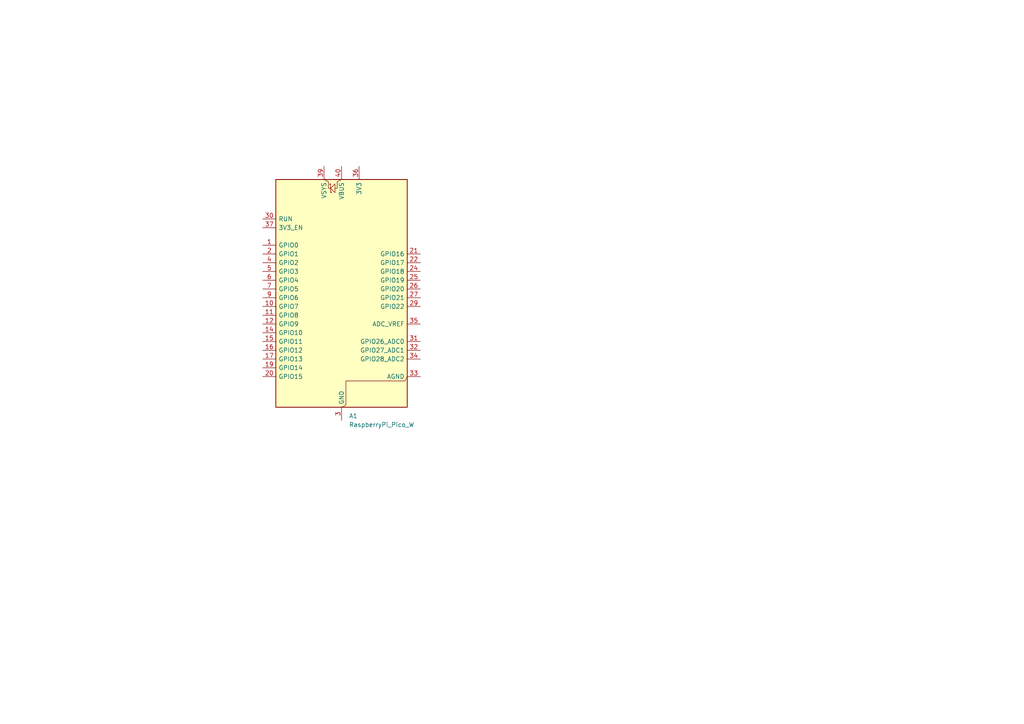
<source format=kicad_sch>
(kicad_sch
	(version 20250114)
	(generator "eeschema")
	(generator_version "9.0")
	(uuid "adf646d2-aa7c-4345-9423-7107505b3b06")
	(paper "A4")
	(lib_symbols
		(symbol "MCU_Module:RaspberryPi_Pico_W"
			(pin_names
				(offset 0.762)
			)
			(exclude_from_sim no)
			(in_bom yes)
			(on_board yes)
			(property "Reference" "A"
				(at -19.05 35.56 0)
				(effects
					(font
						(size 1.27 1.27)
					)
					(justify left)
				)
			)
			(property "Value" "RaspberryPi_Pico_W"
				(at 7.62 35.56 0)
				(effects
					(font
						(size 1.27 1.27)
					)
					(justify left)
				)
			)
			(property "Footprint" "Module:RaspberryPi_Pico_W_SMD_HandSolder"
				(at 0 -46.99 0)
				(effects
					(font
						(size 1.27 1.27)
					)
					(hide yes)
				)
			)
			(property "Datasheet" "https://datasheets.raspberrypi.com/picow/pico-w-datasheet.pdf"
				(at 0 -49.53 0)
				(effects
					(font
						(size 1.27 1.27)
					)
					(hide yes)
				)
			)
			(property "Description" "Versatile and inexpensive wireless microcontroller module powered by RP2040 dual-core Arm Cortex-M0+ processor up to 133 MHz, 264kB SRAM, 2MB QSPI flash, Infineon CYW43439 2.4GHz 802.11n wireless LAN; also supports Raspberry Pi Pico 2 W"
				(at 0 -52.07 0)
				(effects
					(font
						(size 1.27 1.27)
					)
					(hide yes)
				)
			)
			(property "ki_keywords" "RP2350A M33 RISC-V Hazard3 usb wifi bluetooth"
				(at 0 0 0)
				(effects
					(font
						(size 1.27 1.27)
					)
					(hide yes)
				)
			)
			(property "ki_fp_filters" "RaspberryPi?Pico?Common* RaspberryPi?Pico?W?SMD*"
				(at 0 0 0)
				(effects
					(font
						(size 1.27 1.27)
					)
					(hide yes)
				)
			)
			(symbol "RaspberryPi_Pico_W_0_1"
				(rectangle
					(start -19.05 34.29)
					(end 19.05 -31.75)
					(stroke
						(width 0.254)
						(type default)
					)
					(fill
						(type background)
					)
				)
				(polyline
					(pts
						(xy -5.08 34.29) (xy -3.81 33.655) (xy -3.81 31.75) (xy -3.175 31.75)
					)
					(stroke
						(width 0)
						(type default)
					)
					(fill
						(type none)
					)
				)
				(polyline
					(pts
						(xy -3.429 32.766) (xy -3.429 33.02) (xy -3.175 33.02) (xy -3.175 30.48) (xy -2.921 30.48) (xy -2.921 30.734)
					)
					(stroke
						(width 0)
						(type default)
					)
					(fill
						(type none)
					)
				)
				(polyline
					(pts
						(xy -3.175 31.75) (xy -1.905 33.02) (xy -1.905 30.48) (xy -3.175 31.75)
					)
					(stroke
						(width 0)
						(type default)
					)
					(fill
						(type none)
					)
				)
				(polyline
					(pts
						(xy 0 34.29) (xy -1.27 33.655) (xy -1.27 31.75) (xy -1.905 31.75)
					)
					(stroke
						(width 0)
						(type default)
					)
					(fill
						(type none)
					)
				)
				(polyline
					(pts
						(xy 0 -31.75) (xy 1.27 -31.115) (xy 1.27 -24.13) (xy 18.415 -24.13) (xy 19.05 -22.86)
					)
					(stroke
						(width 0)
						(type default)
					)
					(fill
						(type none)
					)
				)
			)
			(symbol "RaspberryPi_Pico_W_1_1"
				(pin passive line
					(at -22.86 22.86 0)
					(length 3.81)
					(name "RUN"
						(effects
							(font
								(size 1.27 1.27)
							)
						)
					)
					(number "30"
						(effects
							(font
								(size 1.27 1.27)
							)
						)
					)
					(alternate "~{RESET}" passive line)
				)
				(pin passive line
					(at -22.86 20.32 0)
					(length 3.81)
					(name "3V3_EN"
						(effects
							(font
								(size 1.27 1.27)
							)
						)
					)
					(number "37"
						(effects
							(font
								(size 1.27 1.27)
							)
						)
					)
					(alternate "~{3V3_DISABLE}" passive line)
				)
				(pin bidirectional line
					(at -22.86 15.24 0)
					(length 3.81)
					(name "GPIO0"
						(effects
							(font
								(size 1.27 1.27)
							)
						)
					)
					(number "1"
						(effects
							(font
								(size 1.27 1.27)
							)
						)
					)
					(alternate "I2C0_SDA" bidirectional line)
					(alternate "PWM0_A" output line)
					(alternate "SPI0_RX" input line)
					(alternate "UART0_TX" output line)
					(alternate "USB_OVCUR_DET" input line)
				)
				(pin bidirectional line
					(at -22.86 12.7 0)
					(length 3.81)
					(name "GPIO1"
						(effects
							(font
								(size 1.27 1.27)
							)
						)
					)
					(number "2"
						(effects
							(font
								(size 1.27 1.27)
							)
						)
					)
					(alternate "I2C0_SCL" bidirectional clock)
					(alternate "PWM0_B" bidirectional line)
					(alternate "UART0_RX" input line)
					(alternate "USB_VBUS_DET" passive line)
					(alternate "~{SPI0_CSn}" bidirectional line)
				)
				(pin bidirectional line
					(at -22.86 10.16 0)
					(length 3.81)
					(name "GPIO2"
						(effects
							(font
								(size 1.27 1.27)
							)
						)
					)
					(number "4"
						(effects
							(font
								(size 1.27 1.27)
							)
						)
					)
					(alternate "I2C1_SDA" bidirectional line)
					(alternate "PWM1_A" output line)
					(alternate "SPI0_SCK" bidirectional clock)
					(alternate "UART0_CTS" input line)
					(alternate "USB_VBUS_EN" output line)
				)
				(pin bidirectional line
					(at -22.86 7.62 0)
					(length 3.81)
					(name "GPIO3"
						(effects
							(font
								(size 1.27 1.27)
							)
						)
					)
					(number "5"
						(effects
							(font
								(size 1.27 1.27)
							)
						)
					)
					(alternate "I2C1_SCL" bidirectional clock)
					(alternate "PWM1_B" bidirectional line)
					(alternate "SPI0_TX" output line)
					(alternate "UART0_RTS" output line)
					(alternate "USB_OVCUR_DET" input line)
				)
				(pin bidirectional line
					(at -22.86 5.08 0)
					(length 3.81)
					(name "GPIO4"
						(effects
							(font
								(size 1.27 1.27)
							)
						)
					)
					(number "6"
						(effects
							(font
								(size 1.27 1.27)
							)
						)
					)
					(alternate "I2C0_SDA" bidirectional line)
					(alternate "PWM2_A" output line)
					(alternate "SPI0_RX" input line)
					(alternate "UART1_TX" output line)
					(alternate "USB_VBUS_DET" input line)
				)
				(pin bidirectional line
					(at -22.86 2.54 0)
					(length 3.81)
					(name "GPIO5"
						(effects
							(font
								(size 1.27 1.27)
							)
						)
					)
					(number "7"
						(effects
							(font
								(size 1.27 1.27)
							)
						)
					)
					(alternate "I2C0_SCL" bidirectional clock)
					(alternate "PWM2_B" bidirectional line)
					(alternate "UART1_RX" input line)
					(alternate "USB_VBUS_EN" output line)
					(alternate "~{SPI0_CSn}" bidirectional line)
				)
				(pin bidirectional line
					(at -22.86 0 0)
					(length 3.81)
					(name "GPIO6"
						(effects
							(font
								(size 1.27 1.27)
							)
						)
					)
					(number "9"
						(effects
							(font
								(size 1.27 1.27)
							)
						)
					)
					(alternate "I2C1_SDA" bidirectional line)
					(alternate "PWM3_A" output line)
					(alternate "SPI0_SCK" bidirectional clock)
					(alternate "UART1_CTS" input line)
					(alternate "USB_OVCUR_DET" input line)
				)
				(pin bidirectional line
					(at -22.86 -2.54 0)
					(length 3.81)
					(name "GPIO7"
						(effects
							(font
								(size 1.27 1.27)
							)
						)
					)
					(number "10"
						(effects
							(font
								(size 1.27 1.27)
							)
						)
					)
					(alternate "I2C1_SCL" bidirectional clock)
					(alternate "PWM3_B" bidirectional line)
					(alternate "SPI0_TX" output line)
					(alternate "UART1_RTS" output line)
					(alternate "USB_VBUS_DET" input line)
				)
				(pin bidirectional line
					(at -22.86 -5.08 0)
					(length 3.81)
					(name "GPIO8"
						(effects
							(font
								(size 1.27 1.27)
							)
						)
					)
					(number "11"
						(effects
							(font
								(size 1.27 1.27)
							)
						)
					)
					(alternate "I2C0_SDA" bidirectional line)
					(alternate "PWM4_A" output line)
					(alternate "SPI1_RX" input line)
					(alternate "UART1_TX" output line)
					(alternate "USB_VBUS_EN" output line)
				)
				(pin bidirectional line
					(at -22.86 -7.62 0)
					(length 3.81)
					(name "GPIO9"
						(effects
							(font
								(size 1.27 1.27)
							)
						)
					)
					(number "12"
						(effects
							(font
								(size 1.27 1.27)
							)
						)
					)
					(alternate "I2C0_SCL" bidirectional clock)
					(alternate "PWM4_B" bidirectional line)
					(alternate "UART1_RX" input line)
					(alternate "USB_OVCUR_DET" input line)
					(alternate "~{SPI1_CSn}" bidirectional line)
				)
				(pin bidirectional line
					(at -22.86 -10.16 0)
					(length 3.81)
					(name "GPIO10"
						(effects
							(font
								(size 1.27 1.27)
							)
						)
					)
					(number "14"
						(effects
							(font
								(size 1.27 1.27)
							)
						)
					)
					(alternate "I2C1_SDA" bidirectional line)
					(alternate "PWM5_A" output line)
					(alternate "SPI1_SCK" bidirectional clock)
					(alternate "UART1_CTS" input line)
					(alternate "USB_VBUS_DET" input line)
				)
				(pin bidirectional line
					(at -22.86 -12.7 0)
					(length 3.81)
					(name "GPIO11"
						(effects
							(font
								(size 1.27 1.27)
							)
						)
					)
					(number "15"
						(effects
							(font
								(size 1.27 1.27)
							)
						)
					)
					(alternate "I2C1_SCL" bidirectional clock)
					(alternate "PWM5_B" bidirectional line)
					(alternate "SPI1_TX" output line)
					(alternate "UART1_RTS" output line)
					(alternate "USB_VBUS_EN" output line)
				)
				(pin bidirectional line
					(at -22.86 -15.24 0)
					(length 3.81)
					(name "GPIO12"
						(effects
							(font
								(size 1.27 1.27)
							)
						)
					)
					(number "16"
						(effects
							(font
								(size 1.27 1.27)
							)
						)
					)
					(alternate "I2C0_SDA" bidirectional line)
					(alternate "PWM6_A" output line)
					(alternate "SPI1_RX" input line)
					(alternate "UART0_TX" output line)
					(alternate "USB_OVCUR_DET" input line)
				)
				(pin bidirectional line
					(at -22.86 -17.78 0)
					(length 3.81)
					(name "GPIO13"
						(effects
							(font
								(size 1.27 1.27)
							)
						)
					)
					(number "17"
						(effects
							(font
								(size 1.27 1.27)
							)
						)
					)
					(alternate "I2C0_SCL" bidirectional clock)
					(alternate "PWM6_B" bidirectional line)
					(alternate "UART0_RX" input line)
					(alternate "USB_VBUS_DET" input line)
					(alternate "~{SPI1_CSn}" bidirectional line)
				)
				(pin bidirectional line
					(at -22.86 -20.32 0)
					(length 3.81)
					(name "GPIO14"
						(effects
							(font
								(size 1.27 1.27)
							)
						)
					)
					(number "19"
						(effects
							(font
								(size 1.27 1.27)
							)
						)
					)
					(alternate "I2C1_SDA" bidirectional line)
					(alternate "PWM7_A" output line)
					(alternate "SPI1_SCK" bidirectional clock)
					(alternate "UART0_CTS" input line)
					(alternate "USB_VBUS_EN" output line)
				)
				(pin bidirectional line
					(at -22.86 -22.86 0)
					(length 3.81)
					(name "GPIO15"
						(effects
							(font
								(size 1.27 1.27)
							)
						)
					)
					(number "20"
						(effects
							(font
								(size 1.27 1.27)
							)
						)
					)
					(alternate "I2C1_SCL" bidirectional clock)
					(alternate "PWM7_B" bidirectional line)
					(alternate "SPI1_TX" output line)
					(alternate "UART0_RTS" output line)
					(alternate "USB_OVCUR_DET" input line)
				)
				(pin power_in line
					(at -5.08 38.1 270)
					(length 3.81)
					(name "VSYS"
						(effects
							(font
								(size 1.27 1.27)
							)
						)
					)
					(number "39"
						(effects
							(font
								(size 1.27 1.27)
							)
						)
					)
					(alternate "VSYS_OUT" power_out line)
				)
				(pin power_out line
					(at 0 38.1 270)
					(length 3.81)
					(name "VBUS"
						(effects
							(font
								(size 1.27 1.27)
							)
						)
					)
					(number "40"
						(effects
							(font
								(size 1.27 1.27)
							)
						)
					)
					(alternate "VBUS_IN" power_in line)
				)
				(pin passive line
					(at 0 -35.56 90)
					(length 3.81)
					(hide yes)
					(name "GND"
						(effects
							(font
								(size 1.27 1.27)
							)
						)
					)
					(number "13"
						(effects
							(font
								(size 1.27 1.27)
							)
						)
					)
				)
				(pin passive line
					(at 0 -35.56 90)
					(length 3.81)
					(hide yes)
					(name "GND"
						(effects
							(font
								(size 1.27 1.27)
							)
						)
					)
					(number "18"
						(effects
							(font
								(size 1.27 1.27)
							)
						)
					)
				)
				(pin passive line
					(at 0 -35.56 90)
					(length 3.81)
					(hide yes)
					(name "GND"
						(effects
							(font
								(size 1.27 1.27)
							)
						)
					)
					(number "23"
						(effects
							(font
								(size 1.27 1.27)
							)
						)
					)
				)
				(pin passive line
					(at 0 -35.56 90)
					(length 3.81)
					(hide yes)
					(name "GND"
						(effects
							(font
								(size 1.27 1.27)
							)
						)
					)
					(number "28"
						(effects
							(font
								(size 1.27 1.27)
							)
						)
					)
				)
				(pin power_out line
					(at 0 -35.56 90)
					(length 3.81)
					(name "GND"
						(effects
							(font
								(size 1.27 1.27)
							)
						)
					)
					(number "3"
						(effects
							(font
								(size 1.27 1.27)
							)
						)
					)
					(alternate "GND_IN" power_in line)
				)
				(pin passive line
					(at 0 -35.56 90)
					(length 3.81)
					(hide yes)
					(name "GND"
						(effects
							(font
								(size 1.27 1.27)
							)
						)
					)
					(number "38"
						(effects
							(font
								(size 1.27 1.27)
							)
						)
					)
				)
				(pin passive line
					(at 0 -35.56 90)
					(length 3.81)
					(hide yes)
					(name "GND"
						(effects
							(font
								(size 1.27 1.27)
							)
						)
					)
					(number "8"
						(effects
							(font
								(size 1.27 1.27)
							)
						)
					)
				)
				(pin power_out line
					(at 5.08 38.1 270)
					(length 3.81)
					(name "3V3"
						(effects
							(font
								(size 1.27 1.27)
							)
						)
					)
					(number "36"
						(effects
							(font
								(size 1.27 1.27)
							)
						)
					)
				)
				(pin bidirectional line
					(at 22.86 12.7 180)
					(length 3.81)
					(name "GPIO16"
						(effects
							(font
								(size 1.27 1.27)
							)
						)
					)
					(number "21"
						(effects
							(font
								(size 1.27 1.27)
							)
						)
					)
					(alternate "I2C0_SDA" bidirectional line)
					(alternate "PWM0_A" output line)
					(alternate "SPI0_RX" input line)
					(alternate "UART0_TX" output line)
					(alternate "USB_VBUS_DET" input line)
				)
				(pin bidirectional line
					(at 22.86 10.16 180)
					(length 3.81)
					(name "GPIO17"
						(effects
							(font
								(size 1.27 1.27)
							)
						)
					)
					(number "22"
						(effects
							(font
								(size 1.27 1.27)
							)
						)
					)
					(alternate "I2C0_SCL" bidirectional clock)
					(alternate "PWM0_B" bidirectional line)
					(alternate "UART0_RX" input line)
					(alternate "USB_VBUS_EN" output line)
					(alternate "~{SPI0_CSn}" bidirectional line)
				)
				(pin bidirectional line
					(at 22.86 7.62 180)
					(length 3.81)
					(name "GPIO18"
						(effects
							(font
								(size 1.27 1.27)
							)
						)
					)
					(number "24"
						(effects
							(font
								(size 1.27 1.27)
							)
						)
					)
					(alternate "I2C1_SDA" bidirectional line)
					(alternate "PWM1_A" output line)
					(alternate "SPI0_SCK" bidirectional clock)
					(alternate "UART0_CTS" input line)
					(alternate "USB_OVCUR_DET" input line)
				)
				(pin bidirectional line
					(at 22.86 5.08 180)
					(length 3.81)
					(name "GPIO19"
						(effects
							(font
								(size 1.27 1.27)
							)
						)
					)
					(number "25"
						(effects
							(font
								(size 1.27 1.27)
							)
						)
					)
					(alternate "I2C1_SCL" bidirectional clock)
					(alternate "PWM1_B" bidirectional line)
					(alternate "SPI0_TX" output line)
					(alternate "UART0_RTS" output line)
					(alternate "USB_VBUS_DET" input line)
				)
				(pin bidirectional line
					(at 22.86 2.54 180)
					(length 3.81)
					(name "GPIO20"
						(effects
							(font
								(size 1.27 1.27)
							)
						)
					)
					(number "26"
						(effects
							(font
								(size 1.27 1.27)
							)
						)
					)
					(alternate "CLOCK_GPIN0" input clock)
					(alternate "I2C0_SDA" bidirectional line)
					(alternate "PWM2_A" output line)
					(alternate "SPI0_RX" input line)
					(alternate "UART1_TX" output line)
					(alternate "USB_VBUS_EN" output line)
				)
				(pin bidirectional line
					(at 22.86 0 180)
					(length 3.81)
					(name "GPIO21"
						(effects
							(font
								(size 1.27 1.27)
							)
						)
					)
					(number "27"
						(effects
							(font
								(size 1.27 1.27)
							)
						)
					)
					(alternate "CLOCK_GPOUT0" output clock)
					(alternate "I2C0_SCL" bidirectional clock)
					(alternate "PWM2_B" bidirectional line)
					(alternate "UART1_RX" input line)
					(alternate "USB_OVCUR_DET" input line)
					(alternate "~{SPI0_CSn}" bidirectional line)
				)
				(pin bidirectional line
					(at 22.86 -2.54 180)
					(length 3.81)
					(name "GPIO22"
						(effects
							(font
								(size 1.27 1.27)
							)
						)
					)
					(number "29"
						(effects
							(font
								(size 1.27 1.27)
							)
						)
					)
					(alternate "CLOCK_GPIN1" input clock)
					(alternate "I2C1_SDA" bidirectional line)
					(alternate "PWM3_A" output line)
					(alternate "SPI0_SCK" bidirectional clock)
					(alternate "UART1_CTS" input line)
					(alternate "USB_VBUS_DET" input line)
				)
				(pin power_in line
					(at 22.86 -7.62 180)
					(length 3.81)
					(name "ADC_VREF"
						(effects
							(font
								(size 1.27 1.27)
							)
						)
					)
					(number "35"
						(effects
							(font
								(size 1.27 1.27)
							)
						)
					)
				)
				(pin bidirectional line
					(at 22.86 -12.7 180)
					(length 3.81)
					(name "GPIO26_ADC0"
						(effects
							(font
								(size 1.27 1.27)
							)
						)
					)
					(number "31"
						(effects
							(font
								(size 1.27 1.27)
							)
						)
					)
					(alternate "ADC0" input line)
					(alternate "GPIO26" bidirectional line)
					(alternate "I2C1_SDA" bidirectional line)
					(alternate "PWM5_A" output line)
					(alternate "SPI1_SCK" bidirectional clock)
					(alternate "UART1_CTS" input line)
					(alternate "USB_VBUS_EN" output line)
				)
				(pin bidirectional line
					(at 22.86 -15.24 180)
					(length 3.81)
					(name "GPIO27_ADC1"
						(effects
							(font
								(size 1.27 1.27)
							)
						)
					)
					(number "32"
						(effects
							(font
								(size 1.27 1.27)
							)
						)
					)
					(alternate "ADC1" input line)
					(alternate "GPIO27" bidirectional line)
					(alternate "I2C1_SCL" bidirectional clock)
					(alternate "PWM5_B" bidirectional line)
					(alternate "SPI1_TX" output line)
					(alternate "UART1_RTS" output line)
					(alternate "USB_OVCUR_DET" input line)
				)
				(pin bidirectional line
					(at 22.86 -17.78 180)
					(length 3.81)
					(name "GPIO28_ADC2"
						(effects
							(font
								(size 1.27 1.27)
							)
						)
					)
					(number "34"
						(effects
							(font
								(size 1.27 1.27)
							)
						)
					)
					(alternate "ADC2" input line)
					(alternate "GPIO28" bidirectional line)
					(alternate "I2C0_SDA" bidirectional line)
					(alternate "PWM6_A" output line)
					(alternate "SPI1_RX" input line)
					(alternate "UART0_TX" output line)
					(alternate "USB_VBUS_DET" input line)
				)
				(pin power_out line
					(at 22.86 -22.86 180)
					(length 3.81)
					(name "AGND"
						(effects
							(font
								(size 1.27 1.27)
							)
						)
					)
					(number "33"
						(effects
							(font
								(size 1.27 1.27)
							)
						)
					)
					(alternate "GND" passive line)
				)
			)
			(embedded_fonts no)
		)
	)
	(symbol
		(lib_id "MCU_Module:RaspberryPi_Pico_W")
		(at 99.06 86.36 0)
		(unit 1)
		(exclude_from_sim no)
		(in_bom yes)
		(on_board yes)
		(dnp no)
		(fields_autoplaced yes)
		(uuid "fc2ee238-e2e7-4103-b6cb-823012233ef8")
		(property "Reference" "A1"
			(at 101.2033 120.65 0)
			(effects
				(font
					(size 1.27 1.27)
				)
				(justify left)
			)
		)
		(property "Value" "RaspberryPi_Pico_W"
			(at 101.2033 123.19 0)
			(effects
				(font
					(size 1.27 1.27)
				)
				(justify left)
			)
		)
		(property "Footprint" "Module:RaspberryPi_Pico_Common_SMD"
			(at 99.06 133.35 0)
			(effects
				(font
					(size 1.27 1.27)
				)
				(hide yes)
			)
		)
		(property "Datasheet" "https://datasheets.raspberrypi.com/picow/pico-w-datasheet.pdf"
			(at 99.06 135.89 0)
			(effects
				(font
					(size 1.27 1.27)
				)
				(hide yes)
			)
		)
		(property "Description" "Versatile and inexpensive wireless microcontroller module powered by RP2040 dual-core Arm Cortex-M0+ processor up to 133 MHz, 264kB SRAM, 2MB QSPI flash, Infineon CYW43439 2.4GHz 802.11n wireless LAN; also supports Raspberry Pi Pico 2 W"
			(at 99.06 138.43 0)
			(effects
				(font
					(size 1.27 1.27)
				)
				(hide yes)
			)
		)
		(pin "20"
			(uuid "dc2ccfe4-925f-43e5-93e1-b278aacb8867")
		)
		(pin "23"
			(uuid "0dc41bbb-854e-4f72-850f-0be950a3143b")
		)
		(pin "4"
			(uuid "9037fe76-32e2-4e71-8c1a-2c764fac4c58")
		)
		(pin "36"
			(uuid "6e449529-393b-478b-a7ad-4056bd15cab7")
		)
		(pin "32"
			(uuid "751dd682-38a2-43f8-90ec-86028cab80da")
		)
		(pin "31"
			(uuid "ed53e53c-2d8a-4a4a-b0bb-64f4a92aa902")
		)
		(pin "37"
			(uuid "78f28b9c-c607-40cf-b872-20f3c388e393")
		)
		(pin "39"
			(uuid "c6f50912-04d1-4f5f-acbc-2205fd31d1df")
		)
		(pin "28"
			(uuid "904c1ece-e313-41c8-bf7e-336c57e15dbb")
		)
		(pin "11"
			(uuid "1506f5ba-d5de-4e5e-9200-d8a35dc426a1")
		)
		(pin "15"
			(uuid "7c492d4d-c312-4b4d-914e-fa04d5574fc3")
		)
		(pin "17"
			(uuid "281b728a-f758-4157-80f8-dcc4090c5fb7")
		)
		(pin "14"
			(uuid "b4d6fb2e-834d-4feb-810e-615f2cf92a95")
		)
		(pin "8"
			(uuid "cccff3d3-3139-49eb-857f-37d088e35d44")
		)
		(pin "25"
			(uuid "fc05cf13-8ff9-495f-b7d3-665db0ad0fa6")
		)
		(pin "27"
			(uuid "02e459b3-28cc-4598-a900-3f2153f20a87")
		)
		(pin "29"
			(uuid "ecd60505-7c31-46e3-9221-9ce728a42039")
		)
		(pin "13"
			(uuid "e1610796-0dae-44e5-be58-21ada3b150c1")
		)
		(pin "3"
			(uuid "220c2353-99a9-4483-8549-38d6f900d5d3")
		)
		(pin "7"
			(uuid "93a465c0-1d47-4b23-84cd-119065e6730b")
		)
		(pin "18"
			(uuid "dd01c409-20e4-4c7d-aea1-c763e2f9ec70")
		)
		(pin "26"
			(uuid "84aa080b-5935-4b67-ab2a-33f43b6a5fc7")
		)
		(pin "35"
			(uuid "99daf3b1-6ed2-4d0b-a981-a2d7f0ab0ef3")
		)
		(pin "5"
			(uuid "ae800269-6099-4655-8598-3855daeb2136")
		)
		(pin "24"
			(uuid "74a6892c-1826-4077-83a4-a0f755423bb9")
		)
		(pin "22"
			(uuid "665a610a-e1a2-43b8-8f8b-94b7389c9fb0")
		)
		(pin "19"
			(uuid "31236c71-94df-4e06-8710-16b017ba812d")
		)
		(pin "34"
			(uuid "398f5316-3d50-4fa3-b51b-ee015b26fc86")
		)
		(pin "6"
			(uuid "bec3bba7-b8e0-4f34-b00d-23365317de1f")
		)
		(pin "1"
			(uuid "3c65fe39-40f7-420c-b205-047ead4bb0f9")
		)
		(pin "10"
			(uuid "8097c464-40e3-448e-839a-59bd4de26ea6")
		)
		(pin "12"
			(uuid "fc3dca66-f1d8-4f28-b432-ae3c264b79a2")
		)
		(pin "16"
			(uuid "9fcf2cdc-8010-4bfa-8e5e-0b7830ea141e")
		)
		(pin "30"
			(uuid "0290cc4a-2312-4716-9382-4527a80735d2")
		)
		(pin "2"
			(uuid "d73561eb-1c96-4966-b8ee-c7bcd534ec49")
		)
		(pin "9"
			(uuid "b49810e8-97c9-4001-b68e-36f0014862a8")
		)
		(pin "40"
			(uuid "78885057-8cee-4565-b4d5-1aad509d94d2")
		)
		(pin "38"
			(uuid "6d710797-8cdb-4f47-9871-8a58aaae2189")
		)
		(pin "21"
			(uuid "20317860-a069-472f-9f65-b379375778a4")
		)
		(pin "33"
			(uuid "f1335dd8-828a-4926-91c3-d2dc292396eb")
		)
		(instances
			(project ""
				(path "/adf646d2-aa7c-4345-9423-7107505b3b06"
					(reference "A1")
					(unit 1)
				)
			)
		)
	)
	(sheet_instances
		(path "/"
			(page "1")
		)
	)
	(embedded_fonts no)
)

</source>
